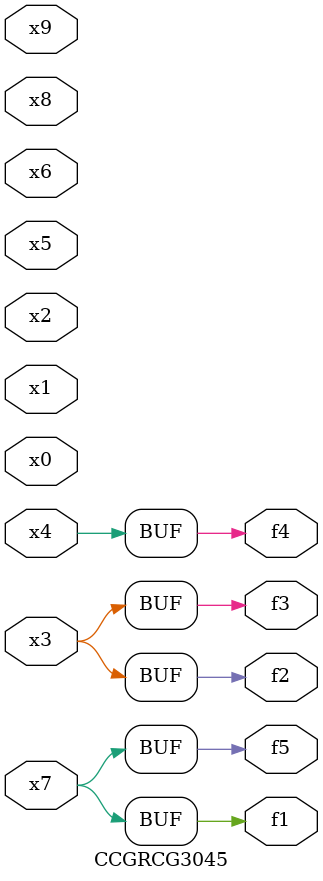
<source format=v>
module CCGRCG3045(
	input x0, x1, x2, x3, x4, x5, x6, x7, x8, x9,
	output f1, f2, f3, f4, f5
);
	assign f1 = x7;
	assign f2 = x3;
	assign f3 = x3;
	assign f4 = x4;
	assign f5 = x7;
endmodule

</source>
